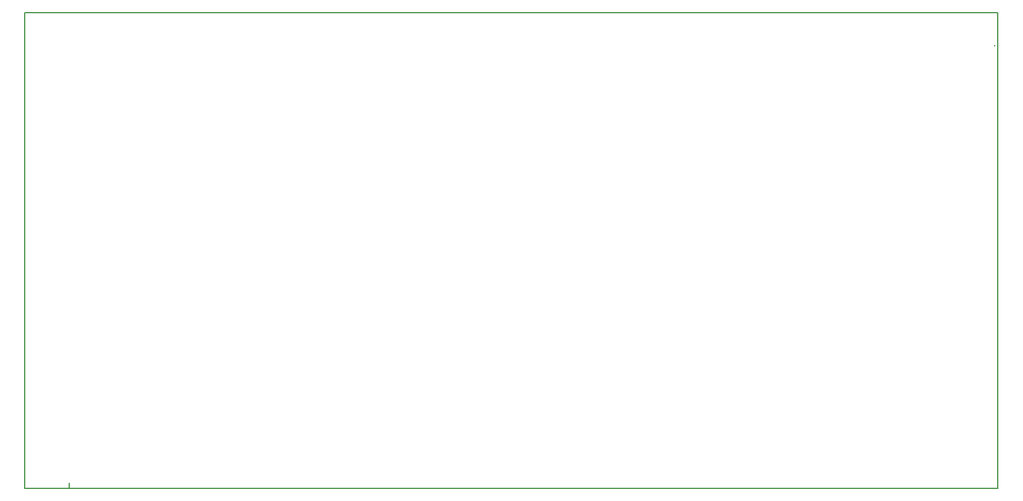
<source format=gbr>
G04 #@! TF.FileFunction,Profile,NP*
%FSLAX46Y46*%
G04 Gerber Fmt 4.6, Leading zero omitted, Abs format (unit mm)*
G04 Created by KiCad (PCBNEW 4.0.6) date Friday, January 05, 2018 'AMt' 09:34:44 AM*
%MOMM*%
%LPD*%
G01*
G04 APERTURE LIST*
%ADD10C,0.100000*%
%ADD11C,0.150000*%
G04 APERTURE END LIST*
D10*
D11*
X208280000Y-60579000D02*
X208280000Y-60960000D01*
X71374000Y-60452000D02*
X71374000Y-61341000D01*
X145161000Y-60452000D02*
X71374000Y-60452000D01*
X208280000Y-60452000D02*
X208280000Y-60579000D01*
X145161000Y-60452000D02*
X208280000Y-60452000D01*
X71374000Y-127381000D02*
X77597000Y-127381000D01*
X71374000Y-60960000D02*
X71374000Y-127381000D01*
X77597000Y-127381000D02*
X77597000Y-126619000D01*
X208280000Y-127381000D02*
X77597000Y-127381000D01*
X208280000Y-126873000D02*
X208280000Y-127381000D01*
X208280000Y-60960000D02*
X208280000Y-126873000D01*
X207835500Y-65024000D02*
X207835500Y-65151000D01*
M02*

</source>
